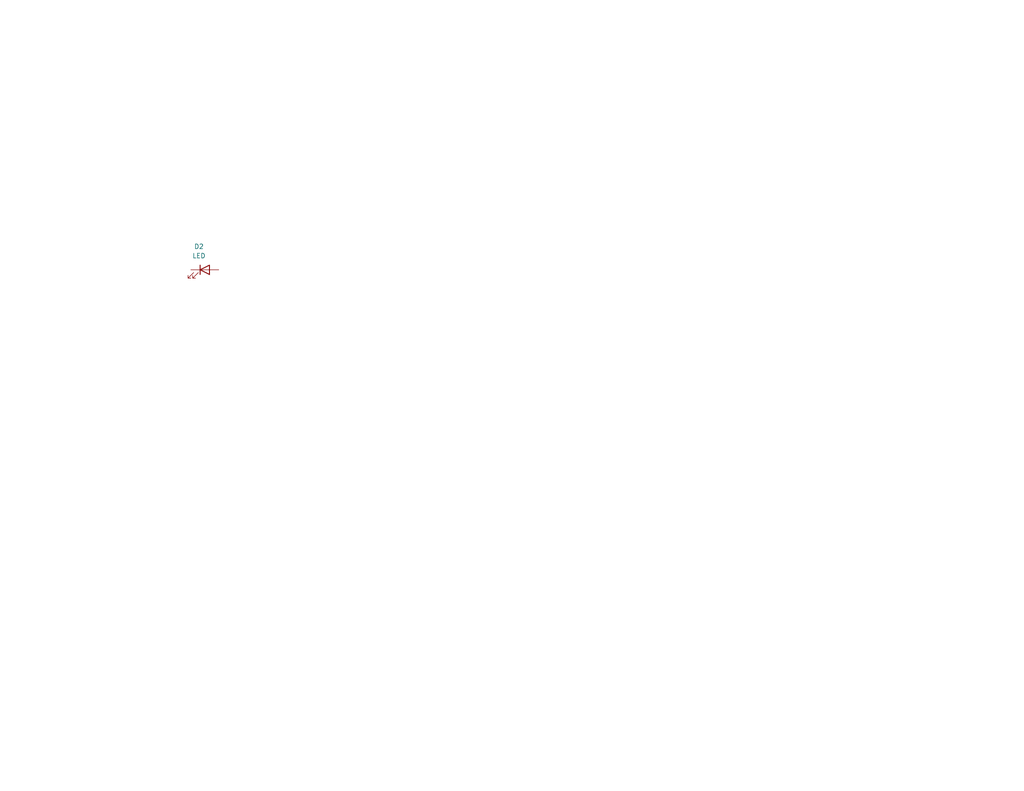
<source format=kicad_sch>
(kicad_sch (version 20231120) (generator "eeschema") (generator_version "8.0")
  (paper "USLetter")
  (title_block (title "Template") (date "2022-08-16") (rev "0.0") (company "Illini Solar Car") (comment 1 "Designed By: Your Name"))
  (lib_symbols
    (symbol "device:LED" (pin_numbers hide) (pin_names (offset 1.016) hide)
      (property "Reference" "D" (at 0 2.54 0))
      (property "Value" "LED" (at 0 -2.54 0))
      (symbol "LED_0_1"
        (polyline (pts (xy -1.27 -1.27) (xy -1.27 1.27)) (stroke (width 0.254)))
        (polyline (pts (xy -1.27 0) (xy 1.27 0)))
        (polyline (pts (xy 1.27 -1.27) (xy 1.27 1.27) (xy -1.27 0) (xy 1.27 -1.27)) (stroke (width 0.254)))
        (polyline (pts (xy -3.048 -0.762) (xy -4.572 -2.286) (xy -3.81 -2.286) (xy -4.572 -2.286) (xy -4.572 -1.524)))
        (polyline (pts (xy -1.778 -0.762) (xy -3.302 -2.286) (xy -2.54 -2.286) (xy -3.302 -2.286) (xy -3.302 -1.524)))
      )
      (symbol "LED_1_1"
        (pin passive line (at -3.81 0 0) (length 2.54) (name "K") (number "1"))
        (pin passive line (at 3.81 0 180) (length 2.54) (name "A") (number "2"))
      )
    )
  )
  (symbol (lib_id "device:LED") (at 55.88 73.66 0) (unit 1)
    (property "Reference" "D2" (at 54.2925 67.31 0))
    (property "Value" "LED" (at 54.2925 69.85 0))
    (property "Description" "Light emitting diode" (effects (hide yes)))
  )
)
</source>
